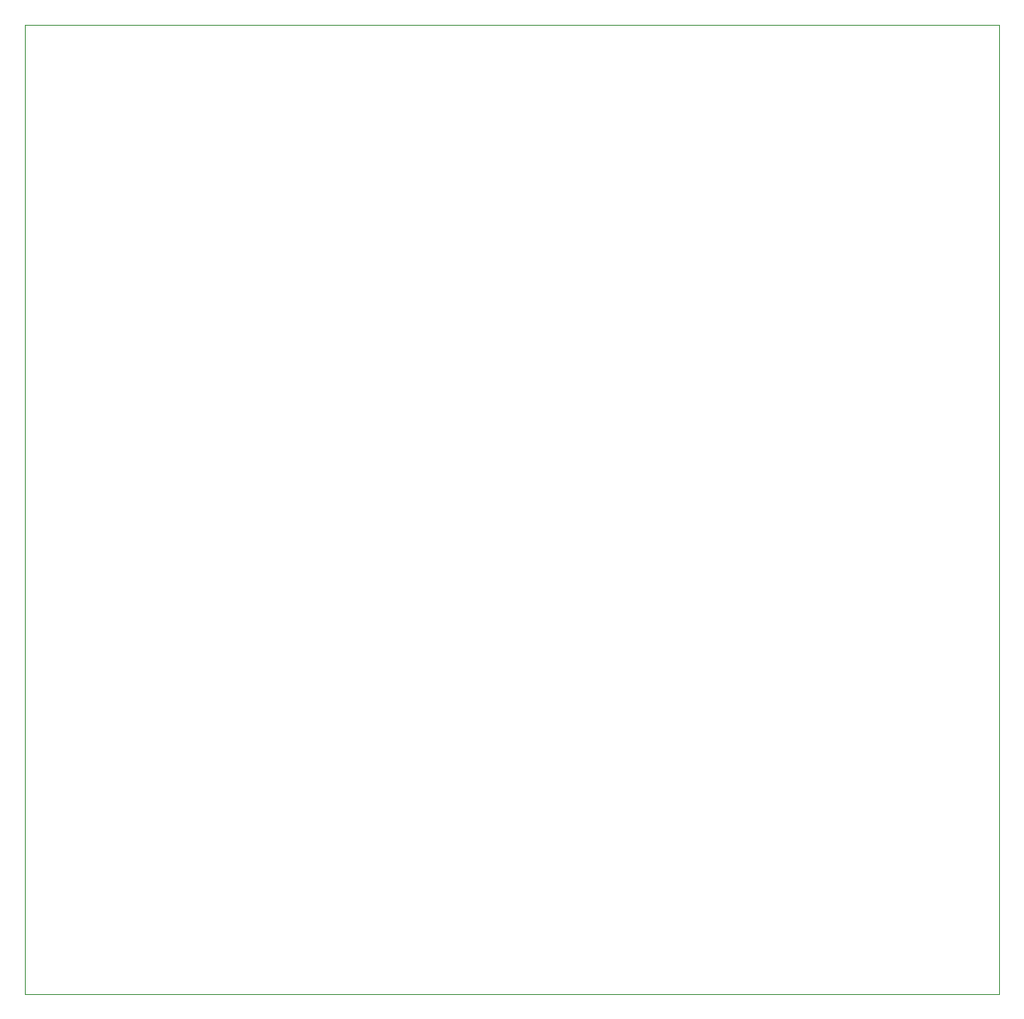
<source format=gbr>
%TF.GenerationSoftware,KiCad,Pcbnew,(7.0.0)*%
%TF.CreationDate,2023-03-21T09:48:06+02:00*%
%TF.ProjectId,HAT,4841542e-6b69-4636-9164-5f7063625858,rev?*%
%TF.SameCoordinates,Original*%
%TF.FileFunction,Profile,NP*%
%FSLAX46Y46*%
G04 Gerber Fmt 4.6, Leading zero omitted, Abs format (unit mm)*
G04 Created by KiCad (PCBNEW (7.0.0)) date 2023-03-21 09:48:06*
%MOMM*%
%LPD*%
G01*
G04 APERTURE LIST*
%TA.AperFunction,Profile*%
%ADD10C,0.100000*%
%TD*%
G04 APERTURE END LIST*
D10*
X91744800Y-19151600D02*
X191160400Y-19151600D01*
X191160400Y-19151600D02*
X191160400Y-118160800D01*
X191160400Y-118160800D02*
X91744800Y-118160800D01*
X91744800Y-118160800D02*
X91744800Y-19151600D01*
M02*

</source>
